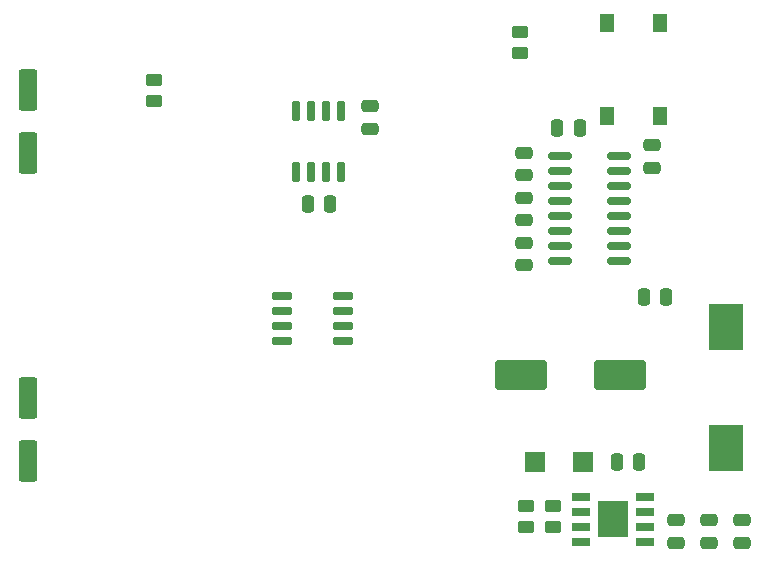
<source format=gbr>
%TF.GenerationSoftware,KiCad,Pcbnew,(7.0.0)*%
%TF.CreationDate,2023-03-06T13:13:27+13:00*%
%TF.ProjectId,pico_expansion_board,7069636f-5f65-4787-9061-6e73696f6e5f,rev?*%
%TF.SameCoordinates,Original*%
%TF.FileFunction,Paste,Top*%
%TF.FilePolarity,Positive*%
%FSLAX46Y46*%
G04 Gerber Fmt 4.6, Leading zero omitted, Abs format (unit mm)*
G04 Created by KiCad (PCBNEW (7.0.0)) date 2023-03-06 13:13:27*
%MOMM*%
%LPD*%
G01*
G04 APERTURE LIST*
G04 Aperture macros list*
%AMRoundRect*
0 Rectangle with rounded corners*
0 $1 Rounding radius*
0 $2 $3 $4 $5 $6 $7 $8 $9 X,Y pos of 4 corners*
0 Add a 4 corners polygon primitive as box body*
4,1,4,$2,$3,$4,$5,$6,$7,$8,$9,$2,$3,0*
0 Add four circle primitives for the rounded corners*
1,1,$1+$1,$2,$3*
1,1,$1+$1,$4,$5*
1,1,$1+$1,$6,$7*
1,1,$1+$1,$8,$9*
0 Add four rect primitives between the rounded corners*
20,1,$1+$1,$2,$3,$4,$5,0*
20,1,$1+$1,$4,$5,$6,$7,0*
20,1,$1+$1,$6,$7,$8,$9,0*
20,1,$1+$1,$8,$9,$2,$3,0*%
G04 Aperture macros list end*
%ADD10RoundRect,0.250000X1.950000X1.000000X-1.950000X1.000000X-1.950000X-1.000000X1.950000X-1.000000X0*%
%ADD11RoundRect,0.150000X0.150000X-0.725000X0.150000X0.725000X-0.150000X0.725000X-0.150000X-0.725000X0*%
%ADD12RoundRect,0.250000X-0.475000X0.250000X-0.475000X-0.250000X0.475000X-0.250000X0.475000X0.250000X0*%
%ADD13RoundRect,0.250000X0.450000X-0.262500X0.450000X0.262500X-0.450000X0.262500X-0.450000X-0.262500X0*%
%ADD14RoundRect,0.250000X0.475000X-0.250000X0.475000X0.250000X-0.475000X0.250000X-0.475000X-0.250000X0*%
%ADD15RoundRect,0.150000X0.725000X0.150000X-0.725000X0.150000X-0.725000X-0.150000X0.725000X-0.150000X0*%
%ADD16RoundRect,0.250000X0.550000X-1.500000X0.550000X1.500000X-0.550000X1.500000X-0.550000X-1.500000X0*%
%ADD17RoundRect,0.250000X-0.250000X-0.475000X0.250000X-0.475000X0.250000X0.475000X-0.250000X0.475000X0*%
%ADD18R,1.300000X1.550000*%
%ADD19RoundRect,0.250000X0.250000X0.475000X-0.250000X0.475000X-0.250000X-0.475000X0.250000X-0.475000X0*%
%ADD20R,1.525000X0.650000*%
%ADD21R,2.600000X3.100000*%
%ADD22R,3.000000X4.000000*%
%ADD23RoundRect,0.150000X-0.825000X-0.150000X0.825000X-0.150000X0.825000X0.150000X-0.825000X0.150000X0*%
%ADD24RoundRect,0.250000X-0.450000X0.262500X-0.450000X-0.262500X0.450000X-0.262500X0.450000X0.262500X0*%
%ADD25R,1.800000X1.700000*%
G04 APERTURE END LIST*
D10*
%TO.C,C18*%
X119770000Y-100330000D03*
X111370000Y-100330000D03*
%TD*%
D11*
%TO.C,U2*%
X92329000Y-83093000D03*
X93599000Y-83093000D03*
X94869000Y-83093000D03*
X96139000Y-83093000D03*
X96139000Y-77943000D03*
X94869000Y-77943000D03*
X93599000Y-77943000D03*
X92329000Y-77943000D03*
%TD*%
D12*
%TO.C,C5*%
X124460000Y-112588000D03*
X124460000Y-114488000D03*
%TD*%
D13*
%TO.C,R1*%
X111252000Y-73048500D03*
X111252000Y-71223500D03*
%TD*%
D14*
%TO.C,C7*%
X111571000Y-90993000D03*
X111571000Y-89093000D03*
%TD*%
D15*
%TO.C,U5*%
X96301000Y-97409000D03*
X96301000Y-96139000D03*
X96301000Y-94869000D03*
X96301000Y-93599000D03*
X91151000Y-93599000D03*
X91151000Y-94869000D03*
X91151000Y-96139000D03*
X91151000Y-97409000D03*
%TD*%
D14*
%TO.C,C2*%
X98552000Y-79436000D03*
X98552000Y-77536000D03*
%TD*%
D16*
%TO.C,C11*%
X69596000Y-107602000D03*
X69596000Y-102202000D03*
%TD*%
D17*
%TO.C,C1*%
X114431000Y-79375000D03*
X116331000Y-79375000D03*
%TD*%
D18*
%TO.C,SW1*%
X118653999Y-78396999D03*
X118653999Y-70446999D03*
X123153999Y-78396999D03*
X123153999Y-70446999D03*
%TD*%
D19*
%TO.C,C3*%
X95184000Y-85852000D03*
X93284000Y-85852000D03*
%TD*%
D12*
%TO.C,C9*%
X127254000Y-112588000D03*
X127254000Y-114488000D03*
%TD*%
%TO.C,C4*%
X122428000Y-80838000D03*
X122428000Y-82738000D03*
%TD*%
D20*
%TO.C,IC1*%
X116413999Y-110616999D03*
X116413999Y-111886999D03*
X116413999Y-113156999D03*
X116413999Y-114426999D03*
X121837999Y-114426999D03*
X121837999Y-113156999D03*
X121837999Y-111886999D03*
X121837999Y-110616999D03*
D21*
X119125999Y-112521999D03*
%TD*%
D22*
%TO.C,L1*%
X128740499Y-106445999D03*
X128740499Y-96245999D03*
%TD*%
D19*
%TO.C,C19*%
X123632000Y-93726000D03*
X121732000Y-93726000D03*
%TD*%
D14*
%TO.C,C8*%
X111571000Y-83373000D03*
X111571000Y-81473000D03*
%TD*%
D16*
%TO.C,C12*%
X69596000Y-81522000D03*
X69596000Y-76122000D03*
%TD*%
D12*
%TO.C,C16*%
X130048000Y-112588000D03*
X130048000Y-114488000D03*
%TD*%
%TO.C,C6*%
X111571000Y-85283000D03*
X111571000Y-87183000D03*
%TD*%
D23*
%TO.C,U1*%
X114684000Y-81788000D03*
X114684000Y-83058000D03*
X114684000Y-84328000D03*
X114684000Y-85598000D03*
X114684000Y-86868000D03*
X114684000Y-88138000D03*
X114684000Y-89408000D03*
X114684000Y-90678000D03*
X119634000Y-90678000D03*
X119634000Y-89408000D03*
X119634000Y-88138000D03*
X119634000Y-86868000D03*
X119634000Y-85598000D03*
X119634000Y-84328000D03*
X119634000Y-83058000D03*
X119634000Y-81788000D03*
%TD*%
D13*
%TO.C,R6*%
X114046000Y-113180500D03*
X114046000Y-111355500D03*
%TD*%
%TO.C,R3*%
X80264000Y-77112500D03*
X80264000Y-75287500D03*
%TD*%
D24*
%TO.C,R2*%
X111760000Y-111355500D03*
X111760000Y-113180500D03*
%TD*%
D25*
%TO.C,D1*%
X112503999Y-107695999D03*
X116603999Y-107695999D03*
%TD*%
D17*
%TO.C,C17*%
X119446000Y-107696000D03*
X121346000Y-107696000D03*
%TD*%
M02*

</source>
